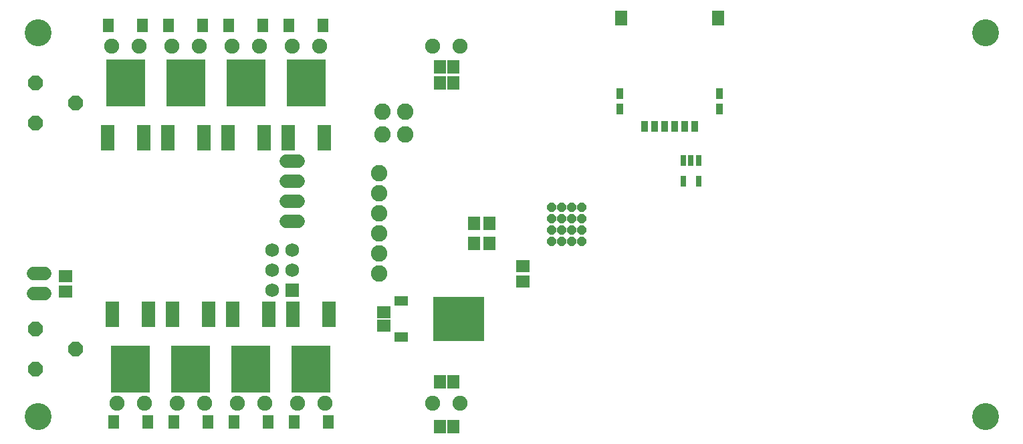
<source format=gbs>
G75*
G70*
%OFA0B0*%
%FSLAX24Y24*%
%IPPOS*%
%LPD*%
%AMOC8*
5,1,8,0,0,1.08239X$1,22.5*
%
%ADD10C,0.1340*%
%ADD11R,0.0680X0.0680*%
%ADD12C,0.0680*%
%ADD13R,0.0580X0.0659*%
%ADD14R,0.0592X0.0710*%
%ADD15C,0.0749*%
%ADD16C,0.0674*%
%ADD17R,0.0710X0.0592*%
%ADD18OC8,0.0740*%
%ADD19C,0.0820*%
%ADD20R,0.0710X0.1261*%
%ADD21R,0.1980X0.2330*%
%ADD22R,0.2521X0.2206*%
%ADD23R,0.0710X0.0474*%
%ADD24R,0.0336X0.0533*%
%ADD25R,0.0631X0.0749*%
%ADD26R,0.0297X0.0552*%
%ADD27R,0.0592X0.0671*%
%ADD28R,0.0671X0.0592*%
%ADD29OC8,0.0437*%
D10*
X007015Y006265D03*
X007015Y025390D03*
X054265Y025390D03*
X054265Y006265D03*
D11*
X019703Y012578D03*
D12*
X018703Y012578D03*
X018703Y013578D03*
X019703Y013578D03*
X019703Y014578D03*
X018703Y014578D03*
D13*
X018486Y006015D03*
X019794Y006015D03*
X021486Y006015D03*
X016794Y006015D03*
X015486Y006015D03*
X013794Y006015D03*
X012486Y006015D03*
X010794Y006015D03*
X010544Y025765D03*
X012236Y025765D03*
X013544Y025765D03*
X015236Y025765D03*
X016544Y025765D03*
X018236Y025765D03*
X019544Y025765D03*
X021236Y025765D03*
D14*
X028766Y015890D03*
X029514Y015890D03*
X029514Y014890D03*
X028766Y014890D03*
D15*
X028079Y006929D03*
X026701Y006929D03*
X021329Y006929D03*
X019951Y006929D03*
X018329Y006929D03*
X016951Y006929D03*
X015329Y006929D03*
X013951Y006929D03*
X012329Y006929D03*
X010951Y006929D03*
X010701Y024726D03*
X012079Y024726D03*
X013701Y024726D03*
X015079Y024726D03*
X016701Y024726D03*
X018079Y024726D03*
X019701Y024726D03*
X021079Y024726D03*
X026701Y024726D03*
X028079Y024726D03*
D16*
X019999Y019015D02*
X019406Y019015D01*
X019406Y018015D02*
X019999Y018015D01*
X019999Y017015D02*
X019406Y017015D01*
X019406Y016015D02*
X019999Y016015D01*
X007374Y013390D02*
X006781Y013390D01*
X006781Y012390D02*
X007374Y012390D01*
D17*
X008390Y012496D03*
X008390Y013284D03*
X031203Y013016D03*
X031203Y013764D03*
D18*
X008890Y009640D03*
X006890Y008640D03*
X006890Y010640D03*
X006890Y020890D03*
X008890Y021890D03*
X006890Y022890D03*
D19*
X024195Y021453D03*
X025335Y021453D03*
X025335Y020328D03*
X024195Y020328D03*
X024015Y018390D03*
X024015Y017390D03*
X024015Y016390D03*
X024015Y015390D03*
X024015Y014390D03*
X024015Y013390D03*
D20*
X021538Y011356D03*
X019742Y011356D03*
X018538Y011356D03*
X016742Y011356D03*
X015538Y011356D03*
X013742Y011356D03*
X012538Y011356D03*
X010742Y011356D03*
X010492Y020174D03*
X012288Y020174D03*
X013492Y020174D03*
X015288Y020174D03*
X016492Y020174D03*
X018288Y020174D03*
X019492Y020174D03*
X021288Y020174D03*
D21*
X020390Y022890D03*
X017390Y022890D03*
X014390Y022890D03*
X011390Y022890D03*
X011640Y008640D03*
X014640Y008640D03*
X017640Y008640D03*
X020640Y008640D03*
D22*
X027999Y011140D03*
D23*
X025125Y010242D03*
X025125Y012038D03*
D24*
X037265Y020734D03*
X037765Y020734D03*
X038265Y020734D03*
X038765Y020734D03*
X039265Y020734D03*
X039765Y020734D03*
X041005Y021589D03*
X041005Y022376D03*
X036025Y022376D03*
X036025Y021589D03*
D25*
X036111Y026140D03*
X040919Y026140D03*
D26*
X039952Y019027D03*
X039578Y019027D03*
X039203Y019027D03*
X039203Y018003D03*
X039952Y018003D03*
D27*
X027725Y022890D03*
X027055Y022890D03*
X027055Y023703D03*
X027725Y023703D03*
X027725Y008015D03*
X027055Y008015D03*
X027055Y005765D03*
X027725Y005765D03*
D28*
X024265Y010805D03*
X024265Y011475D03*
D29*
X032640Y015015D03*
X033140Y015015D03*
X033640Y015015D03*
X034140Y015015D03*
X034140Y015578D03*
X033640Y015578D03*
X033140Y015578D03*
X032640Y015578D03*
X032640Y016140D03*
X033140Y016140D03*
X033640Y016140D03*
X034140Y016140D03*
X034140Y016703D03*
X033640Y016703D03*
X033140Y016703D03*
X032640Y016703D03*
M02*

</source>
